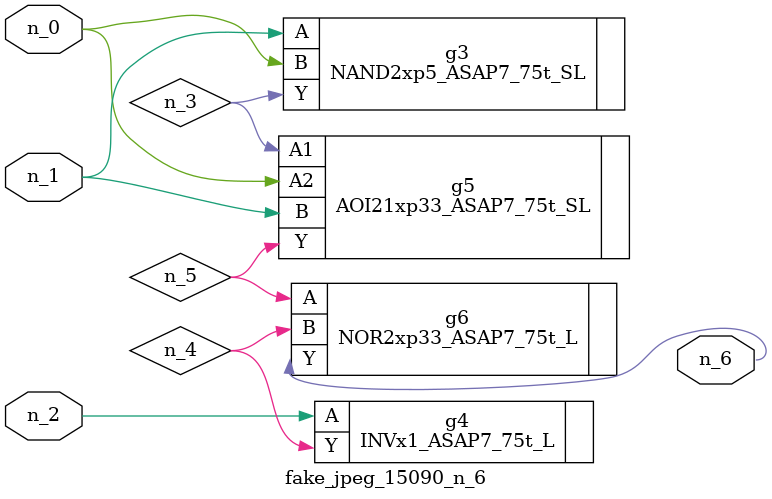
<source format=v>
module fake_jpeg_15090_n_6 (n_0, n_2, n_1, n_6);

input n_0;
input n_2;
input n_1;

output n_6;

wire n_3;
wire n_4;
wire n_5;

NAND2xp5_ASAP7_75t_SL g3 ( 
.A(n_1),
.B(n_0),
.Y(n_3)
);

INVx1_ASAP7_75t_L g4 ( 
.A(n_2),
.Y(n_4)
);

AOI21xp33_ASAP7_75t_SL g5 ( 
.A1(n_3),
.A2(n_0),
.B(n_1),
.Y(n_5)
);

NOR2xp33_ASAP7_75t_L g6 ( 
.A(n_5),
.B(n_4),
.Y(n_6)
);


endmodule
</source>
